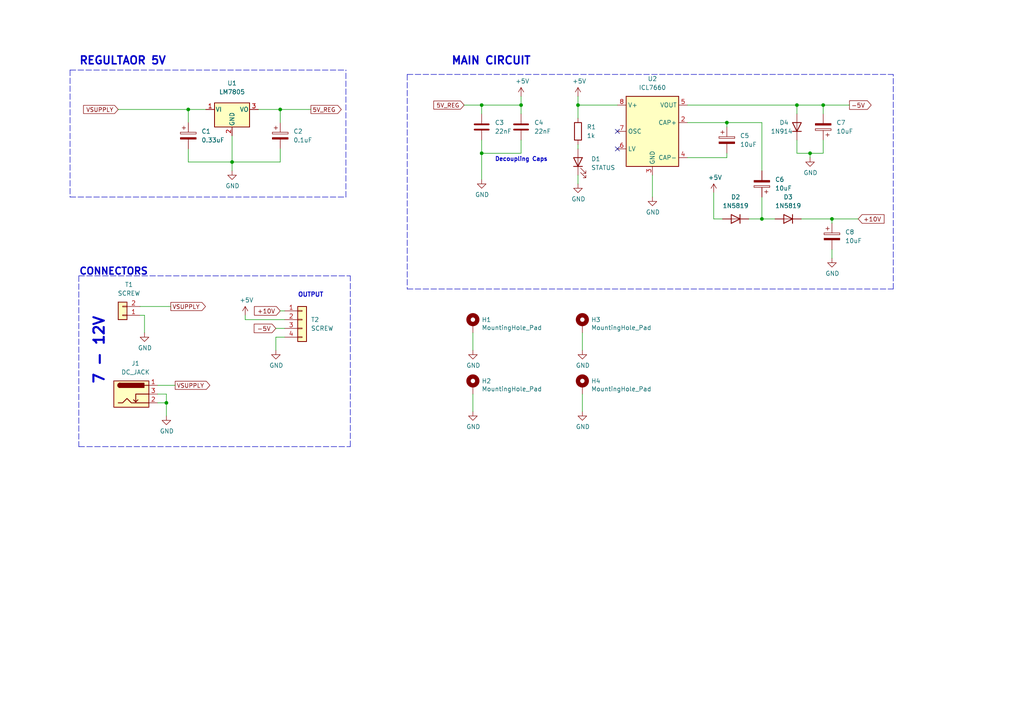
<source format=kicad_sch>
(kicad_sch (version 20210621) (generator eeschema)
  (paper "A4")
  (title_block (title "GSplitter - Supply Splitter") (date "2021-11-01") (rev "v1.0") (comment 4 "<gabriel777sh@gmail.com>"))
  (lib_symbols
    (symbol "Connector:Barrel_Jack_Switch" (pin_names hide)
      (property "Reference" "J" (at 0 5.334 0))
      (property "Value" "Barrel_Jack_Switch" (at 0 -5.08 0))
      (symbol "Barrel_Jack_Switch_0_1"
        (rectangle (start -5.08 3.81) (end 5.08 -3.81) (stroke (width 0.254)) (fill (type background)))
        (arc (start -3.302 3.175) (mid -3.937 2.54) (end -3.302 1.905) (stroke (width 0.254)))
        (arc (start -3.302 3.175) (mid -3.937 2.54) (end -3.302 1.905) (stroke (width 0.254)) (fill (type outline)))
        (polyline (pts (xy 1.27 -2.286) (xy 1.905 -1.651)) (stroke (width 0.254)))
        (polyline (pts (xy 5.08 2.54) (xy 3.81 2.54)) (stroke (width 0.254)))
        (polyline (pts (xy 5.08 0) (xy 1.27 0) (xy 1.27 -2.286) (xy 0.635 -1.651)) (stroke (width 0.254)))
        (polyline (pts (xy -3.81 -2.54) (xy -2.54 -2.54) (xy -1.27 -1.27) (xy 0 -2.54) (xy 2.54 -2.54) (xy 5.08 -2.54)) (stroke (width 0.254)))
        (rectangle (start 3.683 3.175) (end -3.302 1.905) (stroke (width 0.254)) (fill (type outline)))
      )
      (symbol "Barrel_Jack_Switch_1_1"
        (pin passive line (at 7.62 2.54 180) (length 2.54) (name "~") (number "1"))
        (pin passive line (at 7.62 -2.54 180) (length 2.54) (name "~") (number "2"))
        (pin passive line (at 7.62 0 180) (length 2.54) (name "~") (number "3"))
      )
    )
    (symbol "Connector_Generic:Conn_01x02" (pin_names (offset 1.016) hide)
      (property "Reference" "J" (at 0 2.54 0))
      (property "Value" "Conn_01x02" (at 0 -5.08 0))
      (symbol "Conn_01x02_1_1"
        (rectangle (start -1.27 -2.413) (end 0 -2.667) (stroke (width 0.1524)))
        (rectangle (start -1.27 0.127) (end 0 -0.127) (stroke (width 0.1524)))
        (rectangle (start -1.27 1.27) (end 1.27 -3.81) (stroke (width 0.254)) (fill (type background)))
        (pin passive line (at -5.08 0 0) (length 3.81) (name "Pin_1") (number "1"))
        (pin passive line (at -5.08 -2.54 0) (length 3.81) (name "Pin_2") (number "2"))
      )
    )
    (symbol "Connector_Generic:Conn_01x04" (pin_names (offset 1.016) hide)
      (property "Reference" "J" (at 0 5.08 0))
      (property "Value" "Conn_01x04" (at 0 -7.62 0))
      (symbol "Conn_01x04_1_1"
        (rectangle (start -1.27 -4.953) (end 0 -5.207) (stroke (width 0.1524)))
        (rectangle (start -1.27 -2.413) (end 0 -2.667) (stroke (width 0.1524)))
        (rectangle (start -1.27 0.127) (end 0 -0.127) (stroke (width 0.1524)))
        (rectangle (start -1.27 2.667) (end 0 2.413) (stroke (width 0.1524)))
        (rectangle (start -1.27 3.81) (end 1.27 -6.35) (stroke (width 0.254)) (fill (type background)))
        (pin passive line (at -5.08 2.54 0) (length 3.81) (name "Pin_1") (number "1"))
        (pin passive line (at -5.08 0 0) (length 3.81) (name "Pin_2") (number "2"))
        (pin passive line (at -5.08 -2.54 0) (length 3.81) (name "Pin_3") (number "3"))
        (pin passive line (at -5.08 -5.08 0) (length 3.81) (name "Pin_4") (number "4"))
      )
    )
    (symbol "Device:C" (pin_numbers hide) (pin_names (offset 0.254))
      (property "Reference" "C" (at 0.635 2.54 0))
      (property "Value" "C" (at 0.635 -2.54 0))
      (symbol "C_0_1"
        (polyline (pts (xy -2.032 -0.762) (xy 2.032 -0.762)) (stroke (width 0.508)))
        (polyline (pts (xy -2.032 0.762) (xy 2.032 0.762)) (stroke (width 0.508)))
      )
      (symbol "C_1_1"
        (pin passive line (at 0 3.81 270) (length 2.794) (name "~") (number "1"))
        (pin passive line (at 0 -3.81 90) (length 2.794) (name "~") (number "2"))
      )
    )
    (symbol "Device:C_Polarized" (pin_numbers hide) (pin_names (offset 0.254))
      (property "Reference" "C" (at 0.635 2.54 0))
      (property "Value" "C_Polarized" (at 0.635 -2.54 0))
      (symbol "C_Polarized_0_1"
        (rectangle (start -2.286 0.508) (end 2.286 1.016))
        (polyline (pts (xy -1.778 2.286) (xy -0.762 2.286)))
        (polyline (pts (xy -1.27 2.794) (xy -1.27 1.778)))
        (rectangle (start 2.286 -0.508) (end -2.286 -1.016) (fill (type outline)))
      )
      (symbol "C_Polarized_1_1"
        (pin passive line (at 0 3.81 270) (length 2.794) (name "~") (number "1"))
        (pin passive line (at 0 -3.81 90) (length 2.794) (name "~") (number "2"))
      )
    )
    (symbol "Device:D" (pin_numbers hide) (pin_names (offset 1.016) hide)
      (property "Reference" "D" (at 0 2.54 0))
      (property "Value" "D" (at 0 -2.54 0))
      (symbol "D_0_1"
        (polyline (pts (xy -1.27 1.27) (xy -1.27 -1.27)) (stroke (width 0.254)))
        (polyline (pts (xy 1.27 0) (xy -1.27 0)))
        (polyline (pts (xy 1.27 1.27) (xy 1.27 -1.27) (xy -1.27 0) (xy 1.27 1.27)) (stroke (width 0.254)))
      )
      (symbol "D_1_1"
        (pin passive line (at -3.81 0 0) (length 2.54) (name "K") (number "1"))
        (pin passive line (at 3.81 0 180) (length 2.54) (name "A") (number "2"))
      )
    )
    (symbol "Device:LED" (pin_numbers hide) (pin_names (offset 1.016) hide)
      (property "Reference" "D" (at 0 2.54 0))
      (property "Value" "LED" (at 0 -2.54 0))
      (symbol "LED_0_1"
        (polyline (pts (xy -1.27 -1.27) (xy -1.27 1.27)) (stroke (width 0.254)))
        (polyline (pts (xy -1.27 0) (xy 1.27 0)))
        (polyline (pts (xy 1.27 -1.27) (xy 1.27 1.27) (xy -1.27 0) (xy 1.27 -1.27)) (stroke (width 0.254)))
        (polyline (pts (xy -3.048 -0.762) (xy -4.572 -2.286) (xy -3.81 -2.286) (xy -4.572 -2.286) (xy -4.572 -1.524)))
        (polyline (pts (xy -1.778 -0.762) (xy -3.302 -2.286) (xy -2.54 -2.286) (xy -3.302 -2.286) (xy -3.302 -1.524)))
      )
      (symbol "LED_1_1"
        (pin passive line (at -3.81 0 0) (length 2.54) (name "K") (number "1"))
        (pin passive line (at 3.81 0 180) (length 2.54) (name "A") (number "2"))
      )
    )
    (symbol "Device:R" (pin_numbers hide) (pin_names (offset 0))
      (property "Reference" "R" (at 2.032 0 90))
      (property "Value" "R" (at 0 0 90))
      (symbol "R_0_1"
        (rectangle (start -1.016 -2.54) (end 1.016 2.54) (stroke (width 0.254)))
      )
      (symbol "R_1_1"
        (pin passive line (at 0 3.81 270) (length 1.27) (name "~") (number "1"))
        (pin passive line (at 0 -3.81 90) (length 1.27) (name "~") (number "2"))
      )
    )
    (symbol "Mechanical:MountingHole_Pad" (pin_numbers hide) (pin_names (offset 1.016) hide)
      (property "Reference" "H" (at 0 6.35 0))
      (property "Value" "MountingHole_Pad" (at 0 4.445 0))
      (symbol "MountingHole_Pad_0_1"
        (circle (center 0 1.27) (radius 1.27) (stroke (width 1.27)) (stroke (width 1.27)))
      )
      (symbol "MountingHole_Pad_1_1"
        (pin input line (at 0 -2.54 90) (length 2.54) (name "1") (number "1"))
      )
    )
    (symbol "Regulator_Linear:LM7805_TO220" (pin_names (offset 0.254))
      (property "Reference" "U" (at -3.81 3.175 0))
      (property "Value" "LM7805_TO220" (at 0 3.175 0))
      (symbol "LM7805_TO220_0_1"
        (rectangle (start -5.08 1.905) (end 5.08 -5.08) (stroke (width 0.254)) (fill (type background)))
      )
      (symbol "LM7805_TO220_1_1"
        (pin power_in line (at -7.62 0 0) (length 2.54) (name "VI") (number "1"))
        (pin power_in line (at 0 -7.62 90) (length 2.54) (name "GND") (number "2"))
        (pin power_out line (at 7.62 0 180) (length 2.54) (name "VO") (number "3"))
      )
    )
    (symbol "Regulator_SwitchedCapacitor:ICL7660"
      (property "Reference" "U" (at -6.35 11.43 0))
      (property "Value" "ICL7660" (at 3.81 11.43 0))
      (symbol "ICL7660_0_1"
        (rectangle (start -7.62 10.16) (end 7.62 -10.16) (stroke (width 0.254)) (fill (type background)))
      )
      (symbol "ICL7660_1_1"
        (pin no_connect line (at -7.62 5.08 0) (length 2.54) hide (name "NC") (number "1"))
        (pin input line (at 10.16 2.54 180) (length 2.54) (name "CAP+") (number "2"))
        (pin power_in line (at 0 -12.7 90) (length 2.54) (name "GND") (number "3"))
        (pin input line (at 10.16 -7.62 180) (length 2.54) (name "CAP-") (number "4"))
        (pin power_out line (at 10.16 7.62 180) (length 2.54) (name "VOUT") (number "5"))
        (pin input line (at -10.16 -5.08 0) (length 2.54) (name "LV") (number "6"))
        (pin input line (at -10.16 0 0) (length 2.54) (name "OSC") (number "7"))
        (pin power_in line (at -10.16 7.62 0) (length 2.54) (name "V+") (number "8"))
      )
    )
    (symbol "power:+5V" (power) (pin_names (offset 0))
      (property "Value" "+5V" (at 0 3.556 0))
      (symbol "+5V_0_1"
        (polyline (pts (xy -0.762 1.27) (xy 0 2.54)))
        (polyline (pts (xy 0 0) (xy 0 2.54)))
        (polyline (pts (xy 0 2.54) (xy 0.762 1.27)))
      )
      (symbol "+5V_1_1"
        (pin power_in line (at 0 0 90) (length 0) hide (name "+5V") (number "1"))
      )
    )
    (symbol "power:GND" (power) (pin_names (offset 0))
      (property "Value" "GND" (at 0 -3.81 0))
      (symbol "GND_0_1"
        (polyline (pts (xy 0 0) (xy 0 -1.27) (xy 1.27 -1.27) (xy 0 -2.54) (xy -1.27 -1.27) (xy 0 -1.27)))
      )
      (symbol "GND_1_1"
        (pin power_in line (at 0 0 270) (length 0) hide (name "GND") (number "1"))
      )
    )
  )
  (junction (at 48.26 116.84))
  (junction (at 54.61 31.75))
  (junction (at 67.31 46.99))
  (junction (at 81.28 31.75))
  (junction (at 139.7 30.48))
  (junction (at 139.7 44.45))
  (junction (at 151.13 30.48))
  (junction (at 167.64 30.48))
  (junction (at 210.82 35.56))
  (junction (at 220.98 63.5))
  (junction (at 231.14 30.48))
  (junction (at 234.95 44.45))
  (junction (at 238.76 30.48))
  (junction (at 241.3 63.5))
  (no_connect (at 179.07 38.1))
  (no_connect (at 179.07 43.18))
  (wire (pts (xy 34.29 31.75) (xy 54.61 31.75)))
  (wire (pts (xy 40.64 88.9) (xy 49.53 88.9)))
  (wire (pts (xy 41.91 91.44) (xy 40.64 91.44)))
  (wire (pts (xy 41.91 96.52) (xy 41.91 91.44)))
  (wire (pts (xy 45.72 114.3) (xy 48.26 114.3)))
  (wire (pts (xy 45.72 116.84) (xy 48.26 116.84)))
  (wire (pts (xy 48.26 114.3) (xy 48.26 116.84)))
  (wire (pts (xy 48.26 116.84) (xy 48.26 120.65)))
  (wire (pts (xy 50.8 111.76) (xy 45.72 111.76)))
  (wire (pts (xy 54.61 31.75) (xy 59.69 31.75)))
  (wire (pts (xy 54.61 35.56) (xy 54.61 31.75)))
  (wire (pts (xy 54.61 46.99) (xy 54.61 43.18)))
  (wire (pts (xy 67.31 39.37) (xy 67.31 46.99)))
  (wire (pts (xy 67.31 46.99) (xy 54.61 46.99)))
  (wire (pts (xy 67.31 49.53) (xy 67.31 46.99)))
  (wire (pts (xy 71.12 91.44) (xy 71.12 92.71)))
  (wire (pts (xy 71.12 92.71) (xy 82.55 92.71)))
  (wire (pts (xy 74.93 31.75) (xy 81.28 31.75)))
  (wire (pts (xy 80.01 95.25) (xy 82.55 95.25)))
  (wire (pts (xy 80.01 97.79) (xy 80.01 101.6)))
  (wire (pts (xy 80.01 97.79) (xy 82.55 97.79)))
  (wire (pts (xy 81.28 31.75) (xy 81.28 35.56)))
  (wire (pts (xy 81.28 43.18) (xy 81.28 46.99)))
  (wire (pts (xy 81.28 46.99) (xy 67.31 46.99)))
  (wire (pts (xy 81.28 90.17) (xy 82.55 90.17)))
  (wire (pts (xy 90.17 31.75) (xy 81.28 31.75)))
  (wire (pts (xy 134.62 30.48) (xy 139.7 30.48)))
  (wire (pts (xy 137.16 101.6) (xy 137.16 96.52)))
  (wire (pts (xy 137.16 119.38) (xy 137.16 114.3)))
  (wire (pts (xy 139.7 30.48) (xy 151.13 30.48)))
  (wire (pts (xy 139.7 33.02) (xy 139.7 30.48)))
  (wire (pts (xy 139.7 44.45) (xy 139.7 40.64)))
  (wire (pts (xy 139.7 44.45) (xy 151.13 44.45)))
  (wire (pts (xy 139.7 52.07) (xy 139.7 44.45)))
  (wire (pts (xy 151.13 27.94) (xy 151.13 30.48)))
  (wire (pts (xy 151.13 30.48) (xy 151.13 33.02)))
  (wire (pts (xy 151.13 44.45) (xy 151.13 40.64)))
  (wire (pts (xy 167.64 27.94) (xy 167.64 30.48)))
  (wire (pts (xy 167.64 30.48) (xy 167.64 34.29)))
  (wire (pts (xy 167.64 30.48) (xy 179.07 30.48)))
  (wire (pts (xy 167.64 41.91) (xy 167.64 43.18)))
  (wire (pts (xy 167.64 53.34) (xy 167.64 50.8)))
  (wire (pts (xy 168.91 101.6) (xy 168.91 96.52)))
  (wire (pts (xy 168.91 119.38) (xy 168.91 114.3)))
  (wire (pts (xy 189.23 57.15) (xy 189.23 50.8)))
  (wire (pts (xy 199.39 30.48) (xy 231.14 30.48)))
  (wire (pts (xy 199.39 35.56) (xy 210.82 35.56)))
  (wire (pts (xy 199.39 45.72) (xy 210.82 45.72)))
  (wire (pts (xy 207.01 63.5) (xy 207.01 55.88)))
  (wire (pts (xy 207.01 63.5) (xy 209.55 63.5)))
  (wire (pts (xy 210.82 35.56) (xy 210.82 36.83)))
  (wire (pts (xy 210.82 45.72) (xy 210.82 44.45)))
  (wire (pts (xy 220.98 35.56) (xy 210.82 35.56)))
  (wire (pts (xy 220.98 49.53) (xy 220.98 35.56)))
  (wire (pts (xy 220.98 57.15) (xy 220.98 63.5)))
  (wire (pts (xy 220.98 63.5) (xy 217.17 63.5)))
  (wire (pts (xy 220.98 63.5) (xy 224.79 63.5)))
  (wire (pts (xy 231.14 30.48) (xy 238.76 30.48)))
  (wire (pts (xy 231.14 33.02) (xy 231.14 30.48)))
  (wire (pts (xy 231.14 40.64) (xy 231.14 44.45)))
  (wire (pts (xy 231.14 44.45) (xy 234.95 44.45)))
  (wire (pts (xy 232.41 63.5) (xy 241.3 63.5)))
  (wire (pts (xy 234.95 44.45) (xy 234.95 45.72)))
  (wire (pts (xy 234.95 44.45) (xy 238.76 44.45)))
  (wire (pts (xy 238.76 30.48) (xy 238.76 33.02)))
  (wire (pts (xy 238.76 44.45) (xy 238.76 40.64)))
  (wire (pts (xy 241.3 63.5) (xy 241.3 64.77)))
  (wire (pts (xy 241.3 74.93) (xy 241.3 72.39)))
  (wire (pts (xy 246.38 30.48) (xy 238.76 30.48)))
  (wire (pts (xy 248.92 63.5) (xy 241.3 63.5)))
  (polyline (pts (xy 20.32 20.32) (xy 20.32 57.15)))
  (polyline (pts (xy 20.32 20.32) (xy 100.33 20.32)))
  (polyline (pts (xy 20.32 57.15) (xy 100.33 57.15)))
  (polyline (pts (xy 22.86 80.01) (xy 22.86 129.54)))
  (polyline (pts (xy 22.86 80.01) (xy 101.6 80.01)))
  (polyline (pts (xy 22.86 129.54) (xy 101.6 129.54)))
  (polyline (pts (xy 100.33 57.15) (xy 100.33 20.32)))
  (polyline (pts (xy 101.6 129.54) (xy 101.6 80.01)))
  (polyline (pts (xy 118.11 21.59) (xy 118.11 83.82)))
  (polyline (pts (xy 118.11 21.59) (xy 259.08 21.59)))
  (polyline (pts (xy 118.11 83.82) (xy 259.08 83.82)))
  (polyline (pts (xy 259.08 83.82) (xy 259.08 21.59)))
  (text "REGULTAOR 5V" (at 22.86 19.05 0) (effects (font (size 2.2606 2.2606) (thickness 0.4521) bold) (justify left bottom)))
  (text "CONNECTORS" (at 22.86 80.01 0) (effects (font (size 2.0066 2.0066) (thickness 0.4013) bold) (justify left bottom)))
  (text "7 - 12V" (at 30.48 111.76 90) (effects (font (size 2.9972 2.9972) (thickness 0.5994) bold) (justify left bottom)))
  (text "OUTPUT" (at 86.36 86.36 0) (effects (font (size 1.27 1.27) (thickness 0.254) bold) (justify left bottom)))
  (text "MAIN CIRCUIT" (at 130.81 19.05 0) (effects (font (size 2.2606 2.2606) (thickness 0.4521) bold) (justify left bottom)))
  (text "Decoupling Caps" (at 143.51 46.99 0) (effects (font (size 1.1938 1.1938) (thickness 0.2388) bold) (justify left bottom)))
  (global_label "VSUPPLY" (shape input) (at 34.29 31.75 180) (effects (font (size 1.1938 1.1938))) (property "Intersheet References" "${INTERSHEET_REFS}" (effects hide)))
  (global_label "VSUPPLY" (shape output) (at 49.53 88.9 0) (effects (font (size 1.1938 1.1938))) (property "Intersheet References" "${INTERSHEET_REFS}" (effects hide)))
  (global_label "VSUPPLY" (shape output) (at 50.8 111.76 0) (effects (font (size 1.1938 1.1938))) (property "Intersheet References" "${INTERSHEET_REFS}" (effects hide)))
  (global_label "-5V" (shape input) (at 80.01 95.25 180) (property "Intersheet References" "${INTERSHEET_REFS}" (effects hide)))
  (global_label "+10V" (shape input) (at 81.28 90.17 180) (property "Intersheet References" "${INTERSHEET_REFS}" (effects hide)))
  (global_label "5V_REG" (shape output) (at 90.17 31.75 0) (effects (font (size 1.1938 1.1938))) (property "Intersheet References" "${INTERSHEET_REFS}" (effects hide)))
  (global_label "5V_REG" (shape input) (at 134.62 30.48 180) (effects (font (size 1.1938 1.1938))) (property "Intersheet References" "${INTERSHEET_REFS}" (effects hide)))
  (global_label "-5V" (shape output) (at 246.38 30.48 0) (property "Intersheet References" "${INTERSHEET_REFS}" (effects hide)))
  (global_label "+10V" (shape input) (at 248.92 63.5 0) (property "Intersheet References" "${INTERSHEET_REFS}" (effects hide)))
  (symbol (lib_id "power:+5V") (at 71.12 91.44 0) (unit 1)
    (property "Reference" "#PWR04" (effects hide))
    (property "Value" "+5V" (at 71.501 87.0458 0))
  )
  (symbol (lib_id "power:+5V") (at 151.13 27.94 0) (unit 1)
    (property "Reference" "#PWR07" (effects hide))
    (property "Value" "+5V" (at 151.511 23.5458 0))
  )
  (symbol (lib_id "power:+5V") (at 167.64 27.94 0) (unit 1)
    (property "Reference" "#PWR08" (effects hide))
    (property "Value" "+5V" (at 168.021 23.5458 0))
  )
  (symbol (lib_id "power:+5V") (at 207.01 55.88 0) (unit 1)
    (property "Reference" "#PWR010" (effects hide))
    (property "Value" "+5V" (at 207.391 51.4858 0))
  )
  (symbol (lib_id "power:GND") (at 41.91 96.52 0) (unit 1)
    (property "Reference" "#PWR02" (effects hide))
    (property "Value" "GND" (at 42.037 100.9142 0))
  )
  (symbol (lib_id "power:GND") (at 48.26 120.65 0) (unit 1)
    (property "Reference" "#PWR03" (effects hide))
    (property "Value" "GND" (at 48.387 125.0442 0))
  )
  (symbol (lib_id "power:GND") (at 67.31 49.53 0) (unit 1)
    (property "Reference" "#PWR05" (effects hide))
    (property "Value" "GND" (at 67.437 53.9242 0))
  )
  (symbol (lib_id "power:GND") (at 80.01 101.6 0) (unit 1)
    (property "Reference" "#PWR013" (effects hide))
    (property "Value" "GND" (at 80.137 105.9942 0))
  )
  (symbol (lib_id "power:GND") (at 137.16 101.6 0) (unit 1)
    (property "Reference" "#PWR01" (effects hide))
    (property "Value" "GND" (at 137.287 105.9942 0))
  )
  (symbol (lib_id "power:GND") (at 137.16 119.38 0) (unit 1)
    (property "Reference" "#PWR014" (effects hide))
    (property "Value" "GND" (at 137.287 123.7742 0))
  )
  (symbol (lib_id "power:GND") (at 139.7 52.07 0) (unit 1)
    (property "Reference" "#PWR06" (effects hide))
    (property "Value" "GND" (at 139.827 56.4642 0))
  )
  (symbol (lib_id "power:GND") (at 167.64 53.34 0) (unit 1)
    (property "Reference" "#PWR017" (effects hide))
    (property "Value" "GND" (at 167.767 57.7342 0))
  )
  (symbol (lib_id "power:GND") (at 168.91 101.6 0) (unit 1)
    (property "Reference" "#PWR015" (effects hide))
    (property "Value" "GND" (at 169.037 105.9942 0))
  )
  (symbol (lib_id "power:GND") (at 168.91 119.38 0) (unit 1)
    (property "Reference" "#PWR016" (effects hide))
    (property "Value" "GND" (at 169.037 123.7742 0))
  )
  (symbol (lib_id "power:GND") (at 189.23 57.15 0) (unit 1)
    (property "Reference" "#PWR09" (effects hide))
    (property "Value" "GND" (at 189.357 61.5442 0))
  )
  (symbol (lib_id "power:GND") (at 234.95 45.72 0) (unit 1)
    (property "Reference" "#PWR011" (effects hide))
    (property "Value" "GND" (at 235.077 50.1142 0))
  )
  (symbol (lib_id "power:GND") (at 241.3 74.93 0) (unit 1)
    (property "Reference" "#PWR012" (effects hide))
    (property "Value" "GND" (at 241.427 79.3242 0))
  )
  (symbol (lib_id "Device:R") (at 167.64 38.1 0) (unit 1)
    (property "Reference" "R1" (at 170.18 36.8299 0) (effects (justify left)))
    (property "Value" "1k" (at 170.18 39.3699 0) (effects (justify left)))
    (property "Footprint" "Resistor_THT:R_Axial_DIN0207_L6.3mm_D2.5mm_P10.16mm_Horizontal" (effects hide))
  )
  (symbol (lib_id "Device:D") (at 213.36 63.5 180) (unit 1)
    (property "Reference" "D2" (at 213.36 57.15 0))
    (property "Value" "1N5819" (at 213.36 59.69 0))
    (property "Footprint" "Diode_THT:D_DO-41_SOD81_P12.70mm_Horizontal" (effects hide))
  )
  (symbol (lib_id "Device:D") (at 228.6 63.5 180) (unit 1)
    (property "Reference" "D3" (at 228.6 57.15 0))
    (property "Value" "1N5819" (at 228.6 59.69 0))
    (property "Footprint" "Diode_THT:D_DO-41_SOD81_P12.70mm_Horizontal" (effects hide))
  )
  (symbol (lib_id "Device:D") (at 231.14 36.83 90) (unit 1)
    (property "Reference" "D4" (at 226.06 35.5599 90) (effects (justify right)))
    (property "Value" "1N914" (at 223.52 38.0999 90) (effects (justify right)))
    (property "Footprint" "Diode_THT:D_DO-41_SOD81_P12.70mm_Horizontal" (effects hide))
  )
  (symbol (lib_id "Mechanical:MountingHole_Pad") (at 137.16 93.98 0) (unit 1)
    (property "Reference" "H1" (at 139.7 92.7354 0) (effects (justify left)))
    (property "Value" "MountingHole_Pad" (at 139.7 95.0468 0) (effects (justify left)))
    (property "Footprint" "MountingHole:MountingHole_3.2mm_M3_Pad" (effects hide))
  )
  (symbol (lib_id "Mechanical:MountingHole_Pad") (at 137.16 111.76 0) (unit 1)
    (property "Reference" "H2" (at 139.7 110.5154 0) (effects (justify left)))
    (property "Value" "MountingHole_Pad" (at 139.7 112.8268 0) (effects (justify left)))
    (property "Footprint" "MountingHole:MountingHole_3.2mm_M3_Pad" (effects hide))
  )
  (symbol (lib_id "Mechanical:MountingHole_Pad") (at 168.91 93.98 0) (unit 1)
    (property "Reference" "H3" (at 171.45 92.7354 0) (effects (justify left)))
    (property "Value" "MountingHole_Pad" (at 171.45 95.0468 0) (effects (justify left)))
    (property "Footprint" "MountingHole:MountingHole_3.2mm_M3_Pad" (effects hide))
  )
  (symbol (lib_id "Mechanical:MountingHole_Pad") (at 168.91 111.76 0) (unit 1)
    (property "Reference" "H4" (at 171.45 110.5154 0) (effects (justify left)))
    (property "Value" "MountingHole_Pad" (at 171.45 112.8268 0) (effects (justify left)))
    (property "Footprint" "MountingHole:MountingHole_3.2mm_M3_Pad" (effects hide))
  )
  (symbol (lib_id "Device:LED") (at 167.64 46.99 90) (unit 1)
    (property "Reference" "D1" (at 171.45 46.1008 90) (effects (justify right)))
    (property "Value" "STATUS" (at 171.45 48.6408 90) (effects (justify right)))
    (property "Footprint" "LED_THT:LED_D5.0mm" (effects hide))
  )
  (symbol (lib_id "Connector_Generic:Conn_01x02") (at 35.56 91.44 180) (unit 1)
    (property "Reference" "T1" (at 37.4015 82.55 0))
    (property "Value" "SCREW" (at 37.4015 85.09 0))
    (property "Footprint" "TerminalBlock_Phoenix:TerminalBlock_Phoenix_MKDS-1,5-2_1x02_P5.00mm_Horizontal" (effects hide))
  )
  (symbol (lib_id "Device:C_Polarized") (at 54.61 39.37 0) (unit 1)
    (property "Reference" "C1" (at 58.42 38.0999 0) (effects (justify left)))
    (property "Value" "0.33uF" (at 58.42 40.6399 0) (effects (justify left)))
    (property "Footprint" "Capacitor_THT:CP_Radial_D4.0mm_P2.00mm" (effects hide))
  )
  (symbol (lib_id "Device:C_Polarized") (at 81.28 39.37 0) (unit 1)
    (property "Reference" "C2" (at 85.09 38.0999 0) (effects (justify left)))
    (property "Value" "0.1uF" (at 85.09 40.6399 0) (effects (justify left)))
    (property "Footprint" "Capacitor_THT:CP_Radial_D4.0mm_P2.00mm" (effects hide))
  )
  (symbol (lib_id "Device:C") (at 139.7 36.83 0) (unit 1)
    (property "Reference" "C3" (at 143.51 35.5599 0) (effects (justify left)))
    (property "Value" "22nF" (at 143.51 38.0999 0) (effects (justify left)))
    (property "Footprint" "Capacitor_THT:C_Disc_D3.0mm_W2.0mm_P2.50mm" (effects hide))
  )
  (symbol (lib_id "Device:C") (at 151.13 36.83 0) (unit 1)
    (property "Reference" "C4" (at 154.94 35.5599 0) (effects (justify left)))
    (property "Value" "22nF" (at 154.94 38.0999 0) (effects (justify left)))
    (property "Footprint" "Capacitor_THT:C_Disc_D3.0mm_W2.0mm_P2.50mm" (effects hide))
  )
  (symbol (lib_id "Device:C_Polarized") (at 210.82 40.64 0) (unit 1)
    (property "Reference" "C5" (at 214.63 39.3699 0) (effects (justify left)))
    (property "Value" "10uF" (at 214.63 41.9099 0) (effects (justify left)))
    (property "Footprint" "Capacitor_THT:CP_Radial_D5.0mm_P2.50mm" (effects hide))
  )
  (symbol (lib_id "Device:C_Polarized") (at 220.98 53.34 180) (unit 1)
    (property "Reference" "C6" (at 224.79 52.0699 0) (effects (justify right)))
    (property "Value" "10uF" (at 224.79 54.6099 0) (effects (justify right)))
    (property "Footprint" "Capacitor_THT:CP_Radial_D5.0mm_P2.50mm" (effects hide))
  )
  (symbol (lib_id "Device:C_Polarized") (at 238.76 36.83 180) (unit 1)
    (property "Reference" "C7" (at 242.57 35.5599 0) (effects (justify right)))
    (property "Value" "10uF" (at 242.57 38.0999 0) (effects (justify right)))
    (property "Footprint" "Capacitor_THT:CP_Radial_D5.0mm_P2.50mm" (effects hide))
  )
  (symbol (lib_id "Device:C_Polarized") (at 241.3 68.58 0) (unit 1)
    (property "Reference" "C8" (at 245.11 67.3099 0) (effects (justify left)))
    (property "Value" "10uF" (at 245.11 69.8499 0) (effects (justify left)))
    (property "Footprint" "Capacitor_THT:CP_Radial_D5.0mm_P2.50mm" (effects hide))
  )
  (symbol (lib_id "Connector_Generic:Conn_01x04") (at 87.63 92.71 0) (unit 1)
    (property "Reference" "T2" (at 90.17 92.7099 0) (effects (justify left)))
    (property "Value" "SCREW" (at 90.17 95.2499 0) (effects (justify left)))
    (property "Footprint" "TerminalBlock_Phoenix:TerminalBlock_Phoenix_MKDS-1,5-4-5.08_1x04_P5.08mm_Horizontal" (effects hide))
  )
  (symbol (lib_id "Connector:Barrel_Jack_Switch") (at 38.1 114.3 0) (unit 1)
    (property "Reference" "J1" (at 39.3065 105.41 0))
    (property "Value" "DC_JACK" (at 39.3065 107.95 0))
    (property "Footprint" "Connector_BarrelJack:BarrelJack_Horizontal" (effects hide))
  )
  (symbol (lib_id "Regulator_Linear:LM7805_TO220") (at 67.31 31.75 0) (unit 1)
    (property "Reference" "U1" (at 67.31 24.13 0))
    (property "Value" "LM7805" (at 67.31 26.67 0))
    (property "Footprint" "Package_TO_SOT_THT:TO-220-3_Horizontal_TabDown" (effects hide))
    (property "Datasheet" "https://www.onsemi.cn/PowerSolutions/document/MC7800-D.PDF" (effects hide))
  )
  (symbol (lib_id "Regulator_SwitchedCapacitor:ICL7660") (at 189.23 38.1 0) (unit 1)
    (property "Reference" "U2" (at 189.23 22.86 0))
    (property "Value" "ICL7660" (at 189.23 25.4 0))
    (property "Footprint" "Package_DIP:DIP-8_W7.62mm" (effects hide))
    (property "Datasheet" "http://datasheets.maximintegrated.com/en/ds/ICL7660-MAX1044.pdf" (effects hide))
  )
)
</source>
